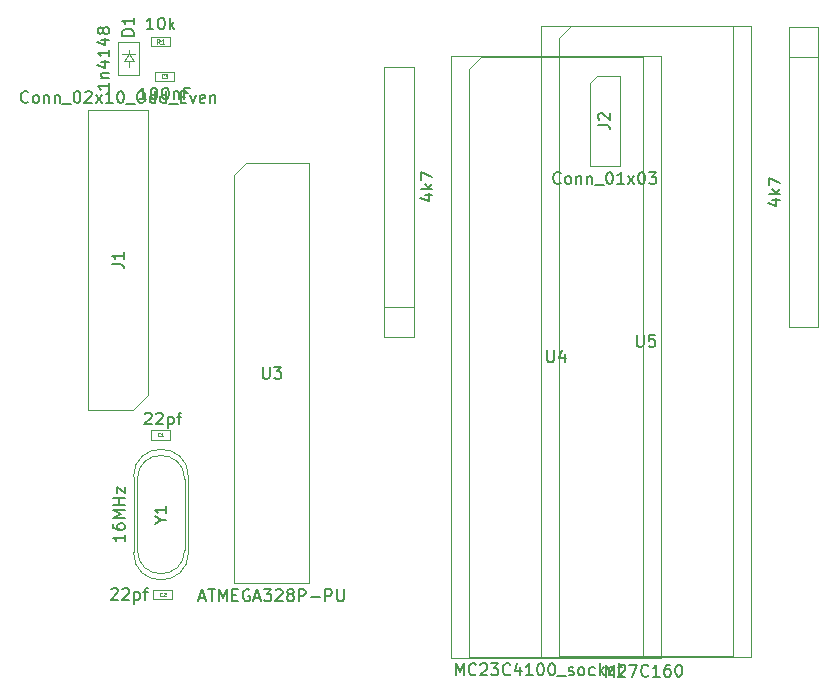
<source format=gbr>
G04 #@! TF.GenerationSoftware,KiCad,Pcbnew,(5.1.5)-2*
G04 #@! TF.CreationDate,2020-04-13T15:56:23+02:00*
G04 #@! TF.ProjectId,kickswitch,6b69636b-7377-4697-9463-682e6b696361,rev?*
G04 #@! TF.SameCoordinates,Original*
G04 #@! TF.FileFunction,Other,Fab,Top*
%FSLAX46Y46*%
G04 Gerber Fmt 4.6, Leading zero omitted, Abs format (unit mm)*
G04 Created by KiCad (PCBNEW (5.1.5)-2) date 2020-04-13 15:56:23*
%MOMM*%
%LPD*%
G04 APERTURE LIST*
%ADD10C,0.100000*%
%ADD11C,0.150000*%
%ADD12C,0.075000*%
G04 APERTURE END LIST*
D10*
X90843200Y-133285280D02*
X92443200Y-133285280D01*
X92443200Y-133285280D02*
X92443200Y-134085280D01*
X92443200Y-134085280D02*
X90843200Y-134085280D01*
X90843200Y-134085280D02*
X90843200Y-133285280D01*
X92633700Y-147618400D02*
X91033700Y-147618400D01*
X91033700Y-147618400D02*
X91033700Y-146818400D01*
X91033700Y-146818400D02*
X92633700Y-146818400D01*
X92633700Y-146818400D02*
X92633700Y-147618400D01*
X91178480Y-102922120D02*
X92778480Y-102922120D01*
X92778480Y-102922120D02*
X92778480Y-103722120D01*
X92778480Y-103722120D02*
X91178480Y-103722120D01*
X91178480Y-103722120D02*
X91178480Y-102922120D01*
X88960960Y-102063360D02*
X88960960Y-102563360D01*
X88560960Y-102063360D02*
X88960960Y-101463360D01*
X89360960Y-102063360D02*
X88560960Y-102063360D01*
X88960960Y-101463360D02*
X89360960Y-102063360D01*
X88960960Y-101463360D02*
X88410960Y-101463360D01*
X88960960Y-101463360D02*
X89510960Y-101463360D01*
X88960960Y-101063360D02*
X88960960Y-101463360D01*
X88060960Y-100413360D02*
X89860960Y-100413360D01*
X88060960Y-103213360D02*
X88060960Y-100413360D01*
X89860960Y-103213360D02*
X88060960Y-103213360D01*
X89860960Y-100413360D02*
X89860960Y-103213360D01*
X92438120Y-100001120D02*
X92438120Y-100801120D01*
X90838120Y-100001120D02*
X92438120Y-100001120D01*
X90838120Y-100801120D02*
X90838120Y-100001120D01*
X92438120Y-100801120D02*
X90838120Y-100801120D01*
X98896680Y-110693200D02*
X104246680Y-110693200D01*
X104246680Y-110693200D02*
X104246680Y-146253200D01*
X104246680Y-146253200D02*
X97896680Y-146253200D01*
X97896680Y-146253200D02*
X97896680Y-111693200D01*
X97896680Y-111693200D02*
X98896680Y-110693200D01*
X118775720Y-101684280D02*
X132505720Y-101684280D01*
X132505720Y-101684280D02*
X132505720Y-152484280D01*
X132505720Y-152484280D02*
X117775720Y-152484280D01*
X117775720Y-152484280D02*
X117775720Y-102684280D01*
X117775720Y-102684280D02*
X118775720Y-101684280D01*
X116250720Y-101624280D02*
X116250720Y-152544280D01*
X116250720Y-152544280D02*
X134030720Y-152544280D01*
X134030720Y-152544280D02*
X134030720Y-101624280D01*
X134030720Y-101624280D02*
X116250720Y-101624280D01*
X126375400Y-99100640D02*
X140105400Y-99100640D01*
X140105400Y-99100640D02*
X140105400Y-152440640D01*
X140105400Y-152440640D02*
X125375400Y-152440640D01*
X125375400Y-152440640D02*
X125375400Y-100100640D01*
X125375400Y-100100640D02*
X126375400Y-99100640D01*
X123850400Y-99040640D02*
X123850400Y-152500640D01*
X123850400Y-152500640D02*
X141630400Y-152500640D01*
X141630400Y-152500640D02*
X141630400Y-99040640D01*
X141630400Y-99040640D02*
X123850400Y-99040640D01*
X94008840Y-137233120D02*
X94008840Y-143633120D01*
X89358840Y-137233120D02*
X89358840Y-143633120D01*
X93683840Y-137433120D02*
X93683840Y-143433120D01*
X89683840Y-137433120D02*
X89683840Y-143433120D01*
X89358840Y-137233120D02*
G75*
G02X94008840Y-137233120I2325000J0D01*
G01*
X89358840Y-143633120D02*
G75*
G03X94008840Y-143633120I2325000J0D01*
G01*
X89683840Y-137433120D02*
G75*
G02X93683840Y-137433120I2000000J0D01*
G01*
X89683840Y-143433120D02*
G75*
G03X93683840Y-143433120I2000000J0D01*
G01*
X89352120Y-131582160D02*
X85542120Y-131582160D01*
X85542120Y-131582160D02*
X85542120Y-106182160D01*
X85542120Y-106182160D02*
X90622120Y-106182160D01*
X90622120Y-106182160D02*
X90622120Y-130312160D01*
X90622120Y-130312160D02*
X89352120Y-131582160D01*
X110565880Y-125399480D02*
X113065880Y-125399480D01*
X113065880Y-125399480D02*
X113065880Y-102499480D01*
X113065880Y-102499480D02*
X110565880Y-102499480D01*
X110565880Y-102499480D02*
X110565880Y-125399480D01*
X110565880Y-122839480D02*
X113065880Y-122839480D01*
X147320320Y-99126360D02*
X144820320Y-99126360D01*
X144820320Y-99126360D02*
X144820320Y-124566360D01*
X144820320Y-124566360D02*
X147320320Y-124566360D01*
X147320320Y-124566360D02*
X147320320Y-99126360D01*
X147320320Y-101686360D02*
X144820320Y-101686360D01*
X127980000Y-103935000D02*
X128615000Y-103300000D01*
X127980000Y-110920000D02*
X127980000Y-103935000D01*
X130520000Y-110920000D02*
X127980000Y-110920000D01*
X130520000Y-103300000D02*
X130520000Y-110920000D01*
X128615000Y-103300000D02*
X130520000Y-103300000D01*
D11*
X90321000Y-131891779D02*
X90368619Y-131844160D01*
X90463857Y-131796540D01*
X90701952Y-131796540D01*
X90797190Y-131844160D01*
X90844809Y-131891779D01*
X90892428Y-131987017D01*
X90892428Y-132082255D01*
X90844809Y-132225112D01*
X90273380Y-132796540D01*
X90892428Y-132796540D01*
X91273380Y-131891779D02*
X91321000Y-131844160D01*
X91416238Y-131796540D01*
X91654333Y-131796540D01*
X91749571Y-131844160D01*
X91797190Y-131891779D01*
X91844809Y-131987017D01*
X91844809Y-132082255D01*
X91797190Y-132225112D01*
X91225761Y-132796540D01*
X91844809Y-132796540D01*
X92273380Y-132129874D02*
X92273380Y-133129874D01*
X92273380Y-132177493D02*
X92368619Y-132129874D01*
X92559095Y-132129874D01*
X92654333Y-132177493D01*
X92701952Y-132225112D01*
X92749571Y-132320350D01*
X92749571Y-132606064D01*
X92701952Y-132701302D01*
X92654333Y-132748921D01*
X92559095Y-132796540D01*
X92368619Y-132796540D01*
X92273380Y-132748921D01*
X93035285Y-132129874D02*
X93416238Y-132129874D01*
X93178142Y-132796540D02*
X93178142Y-131939398D01*
X93225761Y-131844160D01*
X93321000Y-131796540D01*
X93416238Y-131796540D01*
D12*
X91593200Y-133792422D02*
X91578914Y-133806708D01*
X91536057Y-133820994D01*
X91507485Y-133820994D01*
X91464628Y-133806708D01*
X91436057Y-133778137D01*
X91421771Y-133749565D01*
X91407485Y-133692422D01*
X91407485Y-133649565D01*
X91421771Y-133592422D01*
X91436057Y-133563851D01*
X91464628Y-133535280D01*
X91507485Y-133520994D01*
X91536057Y-133520994D01*
X91578914Y-133535280D01*
X91593200Y-133549565D01*
X91878914Y-133820994D02*
X91707485Y-133820994D01*
X91793200Y-133820994D02*
X91793200Y-133520994D01*
X91764628Y-133563851D01*
X91736057Y-133592422D01*
X91707485Y-133606708D01*
D11*
X87463500Y-146743159D02*
X87511119Y-146695540D01*
X87606357Y-146647920D01*
X87844452Y-146647920D01*
X87939690Y-146695540D01*
X87987309Y-146743159D01*
X88034928Y-146838397D01*
X88034928Y-146933635D01*
X87987309Y-147076492D01*
X87415880Y-147647920D01*
X88034928Y-147647920D01*
X88415880Y-146743159D02*
X88463500Y-146695540D01*
X88558738Y-146647920D01*
X88796833Y-146647920D01*
X88892071Y-146695540D01*
X88939690Y-146743159D01*
X88987309Y-146838397D01*
X88987309Y-146933635D01*
X88939690Y-147076492D01*
X88368261Y-147647920D01*
X88987309Y-147647920D01*
X89415880Y-146981254D02*
X89415880Y-147981254D01*
X89415880Y-147028873D02*
X89511119Y-146981254D01*
X89701595Y-146981254D01*
X89796833Y-147028873D01*
X89844452Y-147076492D01*
X89892071Y-147171730D01*
X89892071Y-147457444D01*
X89844452Y-147552682D01*
X89796833Y-147600301D01*
X89701595Y-147647920D01*
X89511119Y-147647920D01*
X89415880Y-147600301D01*
X90177785Y-146981254D02*
X90558738Y-146981254D01*
X90320642Y-147647920D02*
X90320642Y-146790778D01*
X90368261Y-146695540D01*
X90463500Y-146647920D01*
X90558738Y-146647920D01*
D12*
X91783700Y-147325542D02*
X91769414Y-147339828D01*
X91726557Y-147354114D01*
X91697985Y-147354114D01*
X91655128Y-147339828D01*
X91626557Y-147311257D01*
X91612271Y-147282685D01*
X91597985Y-147225542D01*
X91597985Y-147182685D01*
X91612271Y-147125542D01*
X91626557Y-147096971D01*
X91655128Y-147068400D01*
X91697985Y-147054114D01*
X91726557Y-147054114D01*
X91769414Y-147068400D01*
X91783700Y-147082685D01*
X91897985Y-147082685D02*
X91912271Y-147068400D01*
X91940842Y-147054114D01*
X92012271Y-147054114D01*
X92040842Y-147068400D01*
X92055128Y-147082685D01*
X92069414Y-147111257D01*
X92069414Y-147139828D01*
X92055128Y-147182685D01*
X91883700Y-147354114D01*
X92069414Y-147354114D01*
D11*
X90430860Y-105274500D02*
X89859432Y-105274500D01*
X90145146Y-105274500D02*
X90145146Y-104274500D01*
X90049908Y-104417358D01*
X89954670Y-104512596D01*
X89859432Y-104560215D01*
X91049908Y-104274500D02*
X91145146Y-104274500D01*
X91240384Y-104322120D01*
X91288003Y-104369739D01*
X91335622Y-104464977D01*
X91383241Y-104655453D01*
X91383241Y-104893548D01*
X91335622Y-105084024D01*
X91288003Y-105179262D01*
X91240384Y-105226881D01*
X91145146Y-105274500D01*
X91049908Y-105274500D01*
X90954670Y-105226881D01*
X90907051Y-105179262D01*
X90859432Y-105084024D01*
X90811813Y-104893548D01*
X90811813Y-104655453D01*
X90859432Y-104464977D01*
X90907051Y-104369739D01*
X90954670Y-104322120D01*
X91049908Y-104274500D01*
X92002289Y-104274500D02*
X92097527Y-104274500D01*
X92192765Y-104322120D01*
X92240384Y-104369739D01*
X92288003Y-104464977D01*
X92335622Y-104655453D01*
X92335622Y-104893548D01*
X92288003Y-105084024D01*
X92240384Y-105179262D01*
X92192765Y-105226881D01*
X92097527Y-105274500D01*
X92002289Y-105274500D01*
X91907051Y-105226881D01*
X91859432Y-105179262D01*
X91811813Y-105084024D01*
X91764194Y-104893548D01*
X91764194Y-104655453D01*
X91811813Y-104464977D01*
X91859432Y-104369739D01*
X91907051Y-104322120D01*
X92002289Y-104274500D01*
X92764194Y-104607834D02*
X92764194Y-105274500D01*
X92764194Y-104703072D02*
X92811813Y-104655453D01*
X92907051Y-104607834D01*
X93049908Y-104607834D01*
X93145146Y-104655453D01*
X93192765Y-104750691D01*
X93192765Y-105274500D01*
X94002289Y-104750691D02*
X93668956Y-104750691D01*
X93668956Y-105274500D02*
X93668956Y-104274500D01*
X94145146Y-104274500D01*
D12*
X91928480Y-103429262D02*
X91914194Y-103443548D01*
X91871337Y-103457834D01*
X91842765Y-103457834D01*
X91799908Y-103443548D01*
X91771337Y-103414977D01*
X91757051Y-103386405D01*
X91742765Y-103329262D01*
X91742765Y-103286405D01*
X91757051Y-103229262D01*
X91771337Y-103200691D01*
X91799908Y-103172120D01*
X91842765Y-103157834D01*
X91871337Y-103157834D01*
X91914194Y-103172120D01*
X91928480Y-103186405D01*
X92028480Y-103157834D02*
X92214194Y-103157834D01*
X92114194Y-103272120D01*
X92157051Y-103272120D01*
X92185622Y-103286405D01*
X92199908Y-103300691D01*
X92214194Y-103329262D01*
X92214194Y-103400691D01*
X92199908Y-103429262D01*
X92185622Y-103443548D01*
X92157051Y-103457834D01*
X92071337Y-103457834D01*
X92042765Y-103443548D01*
X92028480Y-103429262D01*
D11*
X87313340Y-103884788D02*
X87313340Y-104456217D01*
X87313340Y-104170502D02*
X86313340Y-104170502D01*
X86456198Y-104265740D01*
X86551436Y-104360979D01*
X86599055Y-104456217D01*
X86646674Y-103456217D02*
X87313340Y-103456217D01*
X86741912Y-103456217D02*
X86694293Y-103408598D01*
X86646674Y-103313360D01*
X86646674Y-103170502D01*
X86694293Y-103075264D01*
X86789531Y-103027645D01*
X87313340Y-103027645D01*
X86646674Y-102122883D02*
X87313340Y-102122883D01*
X86265721Y-102360979D02*
X86980007Y-102599074D01*
X86980007Y-101980026D01*
X87313340Y-101075264D02*
X87313340Y-101646693D01*
X87313340Y-101360979D02*
X86313340Y-101360979D01*
X86456198Y-101456217D01*
X86551436Y-101551455D01*
X86599055Y-101646693D01*
X86646674Y-100218121D02*
X87313340Y-100218121D01*
X86265721Y-100456217D02*
X86980007Y-100694312D01*
X86980007Y-100075264D01*
X86741912Y-99551455D02*
X86694293Y-99646693D01*
X86646674Y-99694312D01*
X86551436Y-99741931D01*
X86503817Y-99741931D01*
X86408579Y-99694312D01*
X86360960Y-99646693D01*
X86313340Y-99551455D01*
X86313340Y-99360979D01*
X86360960Y-99265740D01*
X86408579Y-99218121D01*
X86503817Y-99170502D01*
X86551436Y-99170502D01*
X86646674Y-99218121D01*
X86694293Y-99265740D01*
X86741912Y-99360979D01*
X86741912Y-99551455D01*
X86789531Y-99646693D01*
X86837150Y-99694312D01*
X86932388Y-99741931D01*
X87122864Y-99741931D01*
X87218102Y-99694312D01*
X87265721Y-99646693D01*
X87313340Y-99551455D01*
X87313340Y-99360979D01*
X87265721Y-99265740D01*
X87218102Y-99218121D01*
X87122864Y-99170502D01*
X86932388Y-99170502D01*
X86837150Y-99218121D01*
X86789531Y-99265740D01*
X86741912Y-99360979D01*
X89370160Y-99881915D02*
X88370160Y-99881915D01*
X88370160Y-99643820D01*
X88417780Y-99500962D01*
X88513018Y-99405724D01*
X88608256Y-99358105D01*
X88798732Y-99310486D01*
X88941589Y-99310486D01*
X89132065Y-99358105D01*
X89227303Y-99405724D01*
X89322541Y-99500962D01*
X89370160Y-99643820D01*
X89370160Y-99881915D01*
X89370160Y-98358105D02*
X89370160Y-98929534D01*
X89370160Y-98643820D02*
X88370160Y-98643820D01*
X88513018Y-98739058D01*
X88608256Y-98834296D01*
X88655875Y-98929534D01*
X91042881Y-99353500D02*
X90471453Y-99353500D01*
X90757167Y-99353500D02*
X90757167Y-98353500D01*
X90661929Y-98496358D01*
X90566691Y-98591596D01*
X90471453Y-98639215D01*
X91661929Y-98353500D02*
X91757167Y-98353500D01*
X91852405Y-98401120D01*
X91900024Y-98448739D01*
X91947643Y-98543977D01*
X91995262Y-98734453D01*
X91995262Y-98972548D01*
X91947643Y-99163024D01*
X91900024Y-99258262D01*
X91852405Y-99305881D01*
X91757167Y-99353500D01*
X91661929Y-99353500D01*
X91566691Y-99305881D01*
X91519072Y-99258262D01*
X91471453Y-99163024D01*
X91423834Y-98972548D01*
X91423834Y-98734453D01*
X91471453Y-98543977D01*
X91519072Y-98448739D01*
X91566691Y-98401120D01*
X91661929Y-98353500D01*
X92423834Y-99353500D02*
X92423834Y-98353500D01*
X92519072Y-98972548D02*
X92804786Y-99353500D01*
X92804786Y-98686834D02*
X92423834Y-99067786D01*
D12*
X91571453Y-100582072D02*
X91438120Y-100391596D01*
X91342881Y-100582072D02*
X91342881Y-100182072D01*
X91495262Y-100182072D01*
X91533358Y-100201120D01*
X91552405Y-100220167D01*
X91571453Y-100258262D01*
X91571453Y-100315405D01*
X91552405Y-100353500D01*
X91533358Y-100372548D01*
X91495262Y-100391596D01*
X91342881Y-100391596D01*
X91952405Y-100582072D02*
X91723834Y-100582072D01*
X91838120Y-100582072D02*
X91838120Y-100182072D01*
X91800024Y-100239215D01*
X91761929Y-100277310D01*
X91723834Y-100296358D01*
D11*
X94928822Y-147479866D02*
X95405013Y-147479866D01*
X94833584Y-147765580D02*
X95166918Y-146765580D01*
X95500251Y-147765580D01*
X95690727Y-146765580D02*
X96262156Y-146765580D01*
X95976441Y-147765580D02*
X95976441Y-146765580D01*
X96595489Y-147765580D02*
X96595489Y-146765580D01*
X96928822Y-147479866D01*
X97262156Y-146765580D01*
X97262156Y-147765580D01*
X97738346Y-147241771D02*
X98071680Y-147241771D01*
X98214537Y-147765580D02*
X97738346Y-147765580D01*
X97738346Y-146765580D01*
X98214537Y-146765580D01*
X99166918Y-146813200D02*
X99071680Y-146765580D01*
X98928822Y-146765580D01*
X98785965Y-146813200D01*
X98690727Y-146908438D01*
X98643108Y-147003676D01*
X98595489Y-147194152D01*
X98595489Y-147337009D01*
X98643108Y-147527485D01*
X98690727Y-147622723D01*
X98785965Y-147717961D01*
X98928822Y-147765580D01*
X99024060Y-147765580D01*
X99166918Y-147717961D01*
X99214537Y-147670342D01*
X99214537Y-147337009D01*
X99024060Y-147337009D01*
X99595489Y-147479866D02*
X100071680Y-147479866D01*
X99500251Y-147765580D02*
X99833584Y-146765580D01*
X100166918Y-147765580D01*
X100405013Y-146765580D02*
X101024060Y-146765580D01*
X100690727Y-147146533D01*
X100833584Y-147146533D01*
X100928822Y-147194152D01*
X100976441Y-147241771D01*
X101024060Y-147337009D01*
X101024060Y-147575104D01*
X100976441Y-147670342D01*
X100928822Y-147717961D01*
X100833584Y-147765580D01*
X100547870Y-147765580D01*
X100452632Y-147717961D01*
X100405013Y-147670342D01*
X101405013Y-146860819D02*
X101452632Y-146813200D01*
X101547870Y-146765580D01*
X101785965Y-146765580D01*
X101881203Y-146813200D01*
X101928822Y-146860819D01*
X101976441Y-146956057D01*
X101976441Y-147051295D01*
X101928822Y-147194152D01*
X101357394Y-147765580D01*
X101976441Y-147765580D01*
X102547870Y-147194152D02*
X102452632Y-147146533D01*
X102405013Y-147098914D01*
X102357394Y-147003676D01*
X102357394Y-146956057D01*
X102405013Y-146860819D01*
X102452632Y-146813200D01*
X102547870Y-146765580D01*
X102738346Y-146765580D01*
X102833584Y-146813200D01*
X102881203Y-146860819D01*
X102928822Y-146956057D01*
X102928822Y-147003676D01*
X102881203Y-147098914D01*
X102833584Y-147146533D01*
X102738346Y-147194152D01*
X102547870Y-147194152D01*
X102452632Y-147241771D01*
X102405013Y-147289390D01*
X102357394Y-147384628D01*
X102357394Y-147575104D01*
X102405013Y-147670342D01*
X102452632Y-147717961D01*
X102547870Y-147765580D01*
X102738346Y-147765580D01*
X102833584Y-147717961D01*
X102881203Y-147670342D01*
X102928822Y-147575104D01*
X102928822Y-147384628D01*
X102881203Y-147289390D01*
X102833584Y-147241771D01*
X102738346Y-147194152D01*
X103357394Y-147765580D02*
X103357394Y-146765580D01*
X103738346Y-146765580D01*
X103833584Y-146813200D01*
X103881203Y-146860819D01*
X103928822Y-146956057D01*
X103928822Y-147098914D01*
X103881203Y-147194152D01*
X103833584Y-147241771D01*
X103738346Y-147289390D01*
X103357394Y-147289390D01*
X104357394Y-147384628D02*
X105119299Y-147384628D01*
X105595489Y-147765580D02*
X105595489Y-146765580D01*
X105976441Y-146765580D01*
X106071680Y-146813200D01*
X106119299Y-146860819D01*
X106166918Y-146956057D01*
X106166918Y-147098914D01*
X106119299Y-147194152D01*
X106071680Y-147241771D01*
X105976441Y-147289390D01*
X105595489Y-147289390D01*
X106595489Y-146765580D02*
X106595489Y-147575104D01*
X106643108Y-147670342D01*
X106690727Y-147717961D01*
X106785965Y-147765580D01*
X106976441Y-147765580D01*
X107071680Y-147717961D01*
X107119299Y-147670342D01*
X107166918Y-147575104D01*
X107166918Y-146765580D01*
X100309775Y-127925580D02*
X100309775Y-128735104D01*
X100357394Y-128830342D01*
X100405013Y-128877961D01*
X100500251Y-128925580D01*
X100690727Y-128925580D01*
X100785965Y-128877961D01*
X100833584Y-128830342D01*
X100881203Y-128735104D01*
X100881203Y-127925580D01*
X101262156Y-127925580D02*
X101881203Y-127925580D01*
X101547870Y-128306533D01*
X101690727Y-128306533D01*
X101785965Y-128354152D01*
X101833584Y-128401771D01*
X101881203Y-128497009D01*
X101881203Y-128735104D01*
X101833584Y-128830342D01*
X101785965Y-128877961D01*
X101690727Y-128925580D01*
X101405013Y-128925580D01*
X101309775Y-128877961D01*
X101262156Y-128830342D01*
X116630369Y-154038560D02*
X116630369Y-153038560D01*
X116963702Y-153752846D01*
X117297036Y-153038560D01*
X117297036Y-154038560D01*
X118344655Y-153943322D02*
X118297036Y-153990941D01*
X118154179Y-154038560D01*
X118058940Y-154038560D01*
X117916083Y-153990941D01*
X117820845Y-153895703D01*
X117773226Y-153800465D01*
X117725607Y-153609989D01*
X117725607Y-153467132D01*
X117773226Y-153276656D01*
X117820845Y-153181418D01*
X117916083Y-153086180D01*
X118058940Y-153038560D01*
X118154179Y-153038560D01*
X118297036Y-153086180D01*
X118344655Y-153133799D01*
X118725607Y-153133799D02*
X118773226Y-153086180D01*
X118868464Y-153038560D01*
X119106560Y-153038560D01*
X119201798Y-153086180D01*
X119249417Y-153133799D01*
X119297036Y-153229037D01*
X119297036Y-153324275D01*
X119249417Y-153467132D01*
X118677988Y-154038560D01*
X119297036Y-154038560D01*
X119630369Y-153038560D02*
X120249417Y-153038560D01*
X119916083Y-153419513D01*
X120058940Y-153419513D01*
X120154179Y-153467132D01*
X120201798Y-153514751D01*
X120249417Y-153609989D01*
X120249417Y-153848084D01*
X120201798Y-153943322D01*
X120154179Y-153990941D01*
X120058940Y-154038560D01*
X119773226Y-154038560D01*
X119677988Y-153990941D01*
X119630369Y-153943322D01*
X121249417Y-153943322D02*
X121201798Y-153990941D01*
X121058940Y-154038560D01*
X120963702Y-154038560D01*
X120820845Y-153990941D01*
X120725607Y-153895703D01*
X120677988Y-153800465D01*
X120630369Y-153609989D01*
X120630369Y-153467132D01*
X120677988Y-153276656D01*
X120725607Y-153181418D01*
X120820845Y-153086180D01*
X120963702Y-153038560D01*
X121058940Y-153038560D01*
X121201798Y-153086180D01*
X121249417Y-153133799D01*
X122106560Y-153371894D02*
X122106560Y-154038560D01*
X121868464Y-152990941D02*
X121630369Y-153705227D01*
X122249417Y-153705227D01*
X123154179Y-154038560D02*
X122582750Y-154038560D01*
X122868464Y-154038560D02*
X122868464Y-153038560D01*
X122773226Y-153181418D01*
X122677988Y-153276656D01*
X122582750Y-153324275D01*
X123773226Y-153038560D02*
X123868464Y-153038560D01*
X123963702Y-153086180D01*
X124011321Y-153133799D01*
X124058940Y-153229037D01*
X124106560Y-153419513D01*
X124106560Y-153657608D01*
X124058940Y-153848084D01*
X124011321Y-153943322D01*
X123963702Y-153990941D01*
X123868464Y-154038560D01*
X123773226Y-154038560D01*
X123677988Y-153990941D01*
X123630369Y-153943322D01*
X123582750Y-153848084D01*
X123535131Y-153657608D01*
X123535131Y-153419513D01*
X123582750Y-153229037D01*
X123630369Y-153133799D01*
X123677988Y-153086180D01*
X123773226Y-153038560D01*
X124725607Y-153038560D02*
X124820845Y-153038560D01*
X124916083Y-153086180D01*
X124963702Y-153133799D01*
X125011321Y-153229037D01*
X125058940Y-153419513D01*
X125058940Y-153657608D01*
X125011321Y-153848084D01*
X124963702Y-153943322D01*
X124916083Y-153990941D01*
X124820845Y-154038560D01*
X124725607Y-154038560D01*
X124630369Y-153990941D01*
X124582750Y-153943322D01*
X124535131Y-153848084D01*
X124487512Y-153657608D01*
X124487512Y-153419513D01*
X124535131Y-153229037D01*
X124582750Y-153133799D01*
X124630369Y-153086180D01*
X124725607Y-153038560D01*
X125249417Y-154133799D02*
X126011321Y-154133799D01*
X126201798Y-153990941D02*
X126297036Y-154038560D01*
X126487512Y-154038560D01*
X126582750Y-153990941D01*
X126630369Y-153895703D01*
X126630369Y-153848084D01*
X126582750Y-153752846D01*
X126487512Y-153705227D01*
X126344655Y-153705227D01*
X126249417Y-153657608D01*
X126201798Y-153562370D01*
X126201798Y-153514751D01*
X126249417Y-153419513D01*
X126344655Y-153371894D01*
X126487512Y-153371894D01*
X126582750Y-153419513D01*
X127201798Y-154038560D02*
X127106560Y-153990941D01*
X127058940Y-153943322D01*
X127011321Y-153848084D01*
X127011321Y-153562370D01*
X127058940Y-153467132D01*
X127106560Y-153419513D01*
X127201798Y-153371894D01*
X127344655Y-153371894D01*
X127439893Y-153419513D01*
X127487512Y-153467132D01*
X127535131Y-153562370D01*
X127535131Y-153848084D01*
X127487512Y-153943322D01*
X127439893Y-153990941D01*
X127344655Y-154038560D01*
X127201798Y-154038560D01*
X128392274Y-153990941D02*
X128297036Y-154038560D01*
X128106560Y-154038560D01*
X128011321Y-153990941D01*
X127963702Y-153943322D01*
X127916083Y-153848084D01*
X127916083Y-153562370D01*
X127963702Y-153467132D01*
X128011321Y-153419513D01*
X128106560Y-153371894D01*
X128297036Y-153371894D01*
X128392274Y-153419513D01*
X128820845Y-154038560D02*
X128820845Y-153038560D01*
X128916083Y-153657608D02*
X129201798Y-154038560D01*
X129201798Y-153371894D02*
X128820845Y-153752846D01*
X130011321Y-153990941D02*
X129916083Y-154038560D01*
X129725607Y-154038560D01*
X129630369Y-153990941D01*
X129582750Y-153895703D01*
X129582750Y-153514751D01*
X129630369Y-153419513D01*
X129725607Y-153371894D01*
X129916083Y-153371894D01*
X130011321Y-153419513D01*
X130058940Y-153514751D01*
X130058940Y-153609989D01*
X129582750Y-153705227D01*
X130344655Y-153371894D02*
X130725607Y-153371894D01*
X130487512Y-153038560D02*
X130487512Y-153895703D01*
X130535131Y-153990941D01*
X130630369Y-154038560D01*
X130725607Y-154038560D01*
X124378815Y-126536660D02*
X124378815Y-127346184D01*
X124426434Y-127441422D01*
X124474053Y-127489041D01*
X124569291Y-127536660D01*
X124759767Y-127536660D01*
X124855005Y-127489041D01*
X124902624Y-127441422D01*
X124950243Y-127346184D01*
X124950243Y-126536660D01*
X125855005Y-126869994D02*
X125855005Y-127536660D01*
X125616910Y-126489041D02*
X125378815Y-127203327D01*
X125997862Y-127203327D01*
X129333074Y-154150320D02*
X129333074Y-153150320D01*
X129666407Y-153864606D01*
X129999740Y-153150320D01*
X129999740Y-154150320D01*
X130428312Y-153245559D02*
X130475931Y-153197940D01*
X130571169Y-153150320D01*
X130809264Y-153150320D01*
X130904502Y-153197940D01*
X130952121Y-153245559D01*
X130999740Y-153340797D01*
X130999740Y-153436035D01*
X130952121Y-153578892D01*
X130380693Y-154150320D01*
X130999740Y-154150320D01*
X131333074Y-153150320D02*
X131999740Y-153150320D01*
X131571169Y-154150320D01*
X132952121Y-154055082D02*
X132904502Y-154102701D01*
X132761645Y-154150320D01*
X132666407Y-154150320D01*
X132523550Y-154102701D01*
X132428312Y-154007463D01*
X132380693Y-153912225D01*
X132333074Y-153721749D01*
X132333074Y-153578892D01*
X132380693Y-153388416D01*
X132428312Y-153293178D01*
X132523550Y-153197940D01*
X132666407Y-153150320D01*
X132761645Y-153150320D01*
X132904502Y-153197940D01*
X132952121Y-153245559D01*
X133904502Y-154150320D02*
X133333074Y-154150320D01*
X133618788Y-154150320D02*
X133618788Y-153150320D01*
X133523550Y-153293178D01*
X133428312Y-153388416D01*
X133333074Y-153436035D01*
X134761645Y-153150320D02*
X134571169Y-153150320D01*
X134475931Y-153197940D01*
X134428312Y-153245559D01*
X134333074Y-153388416D01*
X134285455Y-153578892D01*
X134285455Y-153959844D01*
X134333074Y-154055082D01*
X134380693Y-154102701D01*
X134475931Y-154150320D01*
X134666407Y-154150320D01*
X134761645Y-154102701D01*
X134809264Y-154055082D01*
X134856883Y-153959844D01*
X134856883Y-153721749D01*
X134809264Y-153626511D01*
X134761645Y-153578892D01*
X134666407Y-153531273D01*
X134475931Y-153531273D01*
X134380693Y-153578892D01*
X134333074Y-153626511D01*
X134285455Y-153721749D01*
X135475931Y-153150320D02*
X135571169Y-153150320D01*
X135666407Y-153197940D01*
X135714026Y-153245559D01*
X135761645Y-153340797D01*
X135809264Y-153531273D01*
X135809264Y-153769368D01*
X135761645Y-153959844D01*
X135714026Y-154055082D01*
X135666407Y-154102701D01*
X135571169Y-154150320D01*
X135475931Y-154150320D01*
X135380693Y-154102701D01*
X135333074Y-154055082D01*
X135285455Y-153959844D01*
X135237836Y-153769368D01*
X135237836Y-153531273D01*
X135285455Y-153340797D01*
X135333074Y-153245559D01*
X135380693Y-153197940D01*
X135475931Y-153150320D01*
X131978495Y-125223020D02*
X131978495Y-126032544D01*
X132026114Y-126127782D01*
X132073733Y-126175401D01*
X132168971Y-126223020D01*
X132359447Y-126223020D01*
X132454685Y-126175401D01*
X132502304Y-126127782D01*
X132549923Y-126032544D01*
X132549923Y-125223020D01*
X133502304Y-125223020D02*
X133026114Y-125223020D01*
X132978495Y-125699211D01*
X133026114Y-125651592D01*
X133121352Y-125603973D01*
X133359447Y-125603973D01*
X133454685Y-125651592D01*
X133502304Y-125699211D01*
X133549923Y-125794449D01*
X133549923Y-126032544D01*
X133502304Y-126127782D01*
X133454685Y-126175401D01*
X133359447Y-126223020D01*
X133121352Y-126223020D01*
X133026114Y-126175401D01*
X132978495Y-126127782D01*
X88611220Y-142123596D02*
X88611220Y-142695024D01*
X88611220Y-142409310D02*
X87611220Y-142409310D01*
X87754078Y-142504548D01*
X87849316Y-142599786D01*
X87896935Y-142695024D01*
X87611220Y-141266453D02*
X87611220Y-141456929D01*
X87658840Y-141552167D01*
X87706459Y-141599786D01*
X87849316Y-141695024D01*
X88039792Y-141742643D01*
X88420744Y-141742643D01*
X88515982Y-141695024D01*
X88563601Y-141647405D01*
X88611220Y-141552167D01*
X88611220Y-141361691D01*
X88563601Y-141266453D01*
X88515982Y-141218834D01*
X88420744Y-141171215D01*
X88182649Y-141171215D01*
X88087411Y-141218834D01*
X88039792Y-141266453D01*
X87992173Y-141361691D01*
X87992173Y-141552167D01*
X88039792Y-141647405D01*
X88087411Y-141695024D01*
X88182649Y-141742643D01*
X88611220Y-140742643D02*
X87611220Y-140742643D01*
X88325506Y-140409310D01*
X87611220Y-140075977D01*
X88611220Y-140075977D01*
X88611220Y-139599786D02*
X87611220Y-139599786D01*
X88087411Y-139599786D02*
X88087411Y-139028358D01*
X88611220Y-139028358D02*
X87611220Y-139028358D01*
X87944554Y-138647405D02*
X87944554Y-138123596D01*
X88611220Y-138647405D01*
X88611220Y-138123596D01*
X91660030Y-140909310D02*
X92136220Y-140909310D01*
X91136220Y-141242643D02*
X91660030Y-140909310D01*
X91136220Y-140575977D01*
X92136220Y-139718834D02*
X92136220Y-140290262D01*
X92136220Y-140004548D02*
X91136220Y-140004548D01*
X91279078Y-140099786D01*
X91374316Y-140195024D01*
X91421935Y-140290262D01*
X80439262Y-105479302D02*
X80391643Y-105526921D01*
X80248786Y-105574540D01*
X80153548Y-105574540D01*
X80010691Y-105526921D01*
X79915453Y-105431683D01*
X79867834Y-105336445D01*
X79820215Y-105145969D01*
X79820215Y-105003112D01*
X79867834Y-104812636D01*
X79915453Y-104717398D01*
X80010691Y-104622160D01*
X80153548Y-104574540D01*
X80248786Y-104574540D01*
X80391643Y-104622160D01*
X80439262Y-104669779D01*
X81010691Y-105574540D02*
X80915453Y-105526921D01*
X80867834Y-105479302D01*
X80820215Y-105384064D01*
X80820215Y-105098350D01*
X80867834Y-105003112D01*
X80915453Y-104955493D01*
X81010691Y-104907874D01*
X81153548Y-104907874D01*
X81248786Y-104955493D01*
X81296405Y-105003112D01*
X81344024Y-105098350D01*
X81344024Y-105384064D01*
X81296405Y-105479302D01*
X81248786Y-105526921D01*
X81153548Y-105574540D01*
X81010691Y-105574540D01*
X81772596Y-104907874D02*
X81772596Y-105574540D01*
X81772596Y-105003112D02*
X81820215Y-104955493D01*
X81915453Y-104907874D01*
X82058310Y-104907874D01*
X82153548Y-104955493D01*
X82201167Y-105050731D01*
X82201167Y-105574540D01*
X82677358Y-104907874D02*
X82677358Y-105574540D01*
X82677358Y-105003112D02*
X82724977Y-104955493D01*
X82820215Y-104907874D01*
X82963072Y-104907874D01*
X83058310Y-104955493D01*
X83105929Y-105050731D01*
X83105929Y-105574540D01*
X83344024Y-105669779D02*
X84105929Y-105669779D01*
X84534500Y-104574540D02*
X84629739Y-104574540D01*
X84724977Y-104622160D01*
X84772596Y-104669779D01*
X84820215Y-104765017D01*
X84867834Y-104955493D01*
X84867834Y-105193588D01*
X84820215Y-105384064D01*
X84772596Y-105479302D01*
X84724977Y-105526921D01*
X84629739Y-105574540D01*
X84534500Y-105574540D01*
X84439262Y-105526921D01*
X84391643Y-105479302D01*
X84344024Y-105384064D01*
X84296405Y-105193588D01*
X84296405Y-104955493D01*
X84344024Y-104765017D01*
X84391643Y-104669779D01*
X84439262Y-104622160D01*
X84534500Y-104574540D01*
X85248786Y-104669779D02*
X85296405Y-104622160D01*
X85391643Y-104574540D01*
X85629739Y-104574540D01*
X85724977Y-104622160D01*
X85772596Y-104669779D01*
X85820215Y-104765017D01*
X85820215Y-104860255D01*
X85772596Y-105003112D01*
X85201167Y-105574540D01*
X85820215Y-105574540D01*
X86153548Y-105574540D02*
X86677358Y-104907874D01*
X86153548Y-104907874D02*
X86677358Y-105574540D01*
X87582120Y-105574540D02*
X87010691Y-105574540D01*
X87296405Y-105574540D02*
X87296405Y-104574540D01*
X87201167Y-104717398D01*
X87105929Y-104812636D01*
X87010691Y-104860255D01*
X88201167Y-104574540D02*
X88296405Y-104574540D01*
X88391643Y-104622160D01*
X88439262Y-104669779D01*
X88486881Y-104765017D01*
X88534500Y-104955493D01*
X88534500Y-105193588D01*
X88486881Y-105384064D01*
X88439262Y-105479302D01*
X88391643Y-105526921D01*
X88296405Y-105574540D01*
X88201167Y-105574540D01*
X88105929Y-105526921D01*
X88058310Y-105479302D01*
X88010691Y-105384064D01*
X87963072Y-105193588D01*
X87963072Y-104955493D01*
X88010691Y-104765017D01*
X88058310Y-104669779D01*
X88105929Y-104622160D01*
X88201167Y-104574540D01*
X88724977Y-105669779D02*
X89486881Y-105669779D01*
X89915453Y-104574540D02*
X90105929Y-104574540D01*
X90201167Y-104622160D01*
X90296405Y-104717398D01*
X90344024Y-104907874D01*
X90344024Y-105241207D01*
X90296405Y-105431683D01*
X90201167Y-105526921D01*
X90105929Y-105574540D01*
X89915453Y-105574540D01*
X89820215Y-105526921D01*
X89724977Y-105431683D01*
X89677358Y-105241207D01*
X89677358Y-104907874D01*
X89724977Y-104717398D01*
X89820215Y-104622160D01*
X89915453Y-104574540D01*
X91201167Y-105574540D02*
X91201167Y-104574540D01*
X91201167Y-105526921D02*
X91105929Y-105574540D01*
X90915453Y-105574540D01*
X90820215Y-105526921D01*
X90772596Y-105479302D01*
X90724977Y-105384064D01*
X90724977Y-105098350D01*
X90772596Y-105003112D01*
X90820215Y-104955493D01*
X90915453Y-104907874D01*
X91105929Y-104907874D01*
X91201167Y-104955493D01*
X92105929Y-105574540D02*
X92105929Y-104574540D01*
X92105929Y-105526921D02*
X92010691Y-105574540D01*
X91820215Y-105574540D01*
X91724977Y-105526921D01*
X91677358Y-105479302D01*
X91629739Y-105384064D01*
X91629739Y-105098350D01*
X91677358Y-105003112D01*
X91724977Y-104955493D01*
X91820215Y-104907874D01*
X92010691Y-104907874D01*
X92105929Y-104955493D01*
X92344024Y-105669779D02*
X93105929Y-105669779D01*
X93344024Y-105050731D02*
X93677358Y-105050731D01*
X93820215Y-105574540D02*
X93344024Y-105574540D01*
X93344024Y-104574540D01*
X93820215Y-104574540D01*
X94153548Y-104907874D02*
X94391643Y-105574540D01*
X94629739Y-104907874D01*
X95391643Y-105526921D02*
X95296405Y-105574540D01*
X95105929Y-105574540D01*
X95010691Y-105526921D01*
X94963072Y-105431683D01*
X94963072Y-105050731D01*
X95010691Y-104955493D01*
X95105929Y-104907874D01*
X95296405Y-104907874D01*
X95391643Y-104955493D01*
X95439262Y-105050731D01*
X95439262Y-105145969D01*
X94963072Y-105241207D01*
X95867834Y-104907874D02*
X95867834Y-105574540D01*
X95867834Y-105003112D02*
X95915453Y-104955493D01*
X96010691Y-104907874D01*
X96153548Y-104907874D01*
X96248786Y-104955493D01*
X96296405Y-105050731D01*
X96296405Y-105574540D01*
X87534500Y-119215493D02*
X88248786Y-119215493D01*
X88391643Y-119263112D01*
X88486881Y-119358350D01*
X88534500Y-119501207D01*
X88534500Y-119596445D01*
X88534500Y-118215493D02*
X88534500Y-118786921D01*
X88534500Y-118501207D02*
X87534500Y-118501207D01*
X87677358Y-118596445D01*
X87772596Y-118691683D01*
X87820215Y-118786921D01*
X114001594Y-113369956D02*
X114668260Y-113369956D01*
X113620641Y-113608051D02*
X114334927Y-113846146D01*
X114334927Y-113227099D01*
X114668260Y-112846146D02*
X113668260Y-112846146D01*
X114287308Y-112750908D02*
X114668260Y-112465194D01*
X114001594Y-112465194D02*
X114382546Y-112846146D01*
X113668260Y-112131860D02*
X113668260Y-111465194D01*
X114668260Y-111893765D01*
X143456034Y-113806836D02*
X144122700Y-113806836D01*
X143075081Y-114044931D02*
X143789367Y-114283026D01*
X143789367Y-113663979D01*
X144122700Y-113283026D02*
X143122700Y-113283026D01*
X143741748Y-113187788D02*
X144122700Y-112902074D01*
X143456034Y-112902074D02*
X143836986Y-113283026D01*
X143122700Y-112568740D02*
X143122700Y-111902074D01*
X144122700Y-112330645D01*
X125511904Y-112337142D02*
X125464285Y-112384761D01*
X125321428Y-112432380D01*
X125226190Y-112432380D01*
X125083333Y-112384761D01*
X124988095Y-112289523D01*
X124940476Y-112194285D01*
X124892857Y-112003809D01*
X124892857Y-111860952D01*
X124940476Y-111670476D01*
X124988095Y-111575238D01*
X125083333Y-111480000D01*
X125226190Y-111432380D01*
X125321428Y-111432380D01*
X125464285Y-111480000D01*
X125511904Y-111527619D01*
X126083333Y-112432380D02*
X125988095Y-112384761D01*
X125940476Y-112337142D01*
X125892857Y-112241904D01*
X125892857Y-111956190D01*
X125940476Y-111860952D01*
X125988095Y-111813333D01*
X126083333Y-111765714D01*
X126226190Y-111765714D01*
X126321428Y-111813333D01*
X126369047Y-111860952D01*
X126416666Y-111956190D01*
X126416666Y-112241904D01*
X126369047Y-112337142D01*
X126321428Y-112384761D01*
X126226190Y-112432380D01*
X126083333Y-112432380D01*
X126845238Y-111765714D02*
X126845238Y-112432380D01*
X126845238Y-111860952D02*
X126892857Y-111813333D01*
X126988095Y-111765714D01*
X127130952Y-111765714D01*
X127226190Y-111813333D01*
X127273809Y-111908571D01*
X127273809Y-112432380D01*
X127750000Y-111765714D02*
X127750000Y-112432380D01*
X127750000Y-111860952D02*
X127797619Y-111813333D01*
X127892857Y-111765714D01*
X128035714Y-111765714D01*
X128130952Y-111813333D01*
X128178571Y-111908571D01*
X128178571Y-112432380D01*
X128416666Y-112527619D02*
X129178571Y-112527619D01*
X129607142Y-111432380D02*
X129702380Y-111432380D01*
X129797619Y-111480000D01*
X129845238Y-111527619D01*
X129892857Y-111622857D01*
X129940476Y-111813333D01*
X129940476Y-112051428D01*
X129892857Y-112241904D01*
X129845238Y-112337142D01*
X129797619Y-112384761D01*
X129702380Y-112432380D01*
X129607142Y-112432380D01*
X129511904Y-112384761D01*
X129464285Y-112337142D01*
X129416666Y-112241904D01*
X129369047Y-112051428D01*
X129369047Y-111813333D01*
X129416666Y-111622857D01*
X129464285Y-111527619D01*
X129511904Y-111480000D01*
X129607142Y-111432380D01*
X130892857Y-112432380D02*
X130321428Y-112432380D01*
X130607142Y-112432380D02*
X130607142Y-111432380D01*
X130511904Y-111575238D01*
X130416666Y-111670476D01*
X130321428Y-111718095D01*
X131226190Y-112432380D02*
X131750000Y-111765714D01*
X131226190Y-111765714D02*
X131750000Y-112432380D01*
X132321428Y-111432380D02*
X132416666Y-111432380D01*
X132511904Y-111480000D01*
X132559523Y-111527619D01*
X132607142Y-111622857D01*
X132654761Y-111813333D01*
X132654761Y-112051428D01*
X132607142Y-112241904D01*
X132559523Y-112337142D01*
X132511904Y-112384761D01*
X132416666Y-112432380D01*
X132321428Y-112432380D01*
X132226190Y-112384761D01*
X132178571Y-112337142D01*
X132130952Y-112241904D01*
X132083333Y-112051428D01*
X132083333Y-111813333D01*
X132130952Y-111622857D01*
X132178571Y-111527619D01*
X132226190Y-111480000D01*
X132321428Y-111432380D01*
X132988095Y-111432380D02*
X133607142Y-111432380D01*
X133273809Y-111813333D01*
X133416666Y-111813333D01*
X133511904Y-111860952D01*
X133559523Y-111908571D01*
X133607142Y-112003809D01*
X133607142Y-112241904D01*
X133559523Y-112337142D01*
X133511904Y-112384761D01*
X133416666Y-112432380D01*
X133130952Y-112432380D01*
X133035714Y-112384761D01*
X132988095Y-112337142D01*
X128702380Y-107443333D02*
X129416666Y-107443333D01*
X129559523Y-107490952D01*
X129654761Y-107586190D01*
X129702380Y-107729047D01*
X129702380Y-107824285D01*
X128797619Y-107014761D02*
X128750000Y-106967142D01*
X128702380Y-106871904D01*
X128702380Y-106633809D01*
X128750000Y-106538571D01*
X128797619Y-106490952D01*
X128892857Y-106443333D01*
X128988095Y-106443333D01*
X129130952Y-106490952D01*
X129702380Y-107062380D01*
X129702380Y-106443333D01*
M02*

</source>
